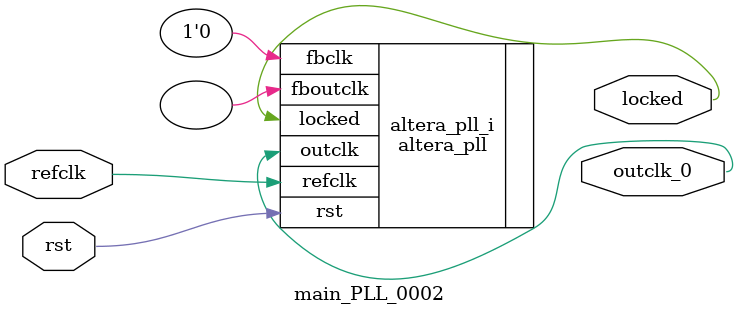
<source format=v>
`timescale 1ns/10ps
module  main_PLL_0002(

	// interface 'refclk'
	input wire refclk,

	// interface 'reset'
	input wire rst,

	// interface 'outclk0'
	output wire outclk_0,

	// interface 'locked'
	output wire locked
);

	altera_pll #(
		.fractional_vco_multiplier("false"),
		.reference_clock_frequency("50.0 MHz"),
		.operation_mode("direct"),
		.number_of_clocks(1),
		.output_clock_frequency0("10.000000 MHz"),
		.phase_shift0("0 ps"),
		.duty_cycle0(50),
		.output_clock_frequency1("0 MHz"),
		.phase_shift1("0 ps"),
		.duty_cycle1(50),
		.output_clock_frequency2("0 MHz"),
		.phase_shift2("0 ps"),
		.duty_cycle2(50),
		.output_clock_frequency3("0 MHz"),
		.phase_shift3("0 ps"),
		.duty_cycle3(50),
		.output_clock_frequency4("0 MHz"),
		.phase_shift4("0 ps"),
		.duty_cycle4(50),
		.output_clock_frequency5("0 MHz"),
		.phase_shift5("0 ps"),
		.duty_cycle5(50),
		.output_clock_frequency6("0 MHz"),
		.phase_shift6("0 ps"),
		.duty_cycle6(50),
		.output_clock_frequency7("0 MHz"),
		.phase_shift7("0 ps"),
		.duty_cycle7(50),
		.output_clock_frequency8("0 MHz"),
		.phase_shift8("0 ps"),
		.duty_cycle8(50),
		.output_clock_frequency9("0 MHz"),
		.phase_shift9("0 ps"),
		.duty_cycle9(50),
		.output_clock_frequency10("0 MHz"),
		.phase_shift10("0 ps"),
		.duty_cycle10(50),
		.output_clock_frequency11("0 MHz"),
		.phase_shift11("0 ps"),
		.duty_cycle11(50),
		.output_clock_frequency12("0 MHz"),
		.phase_shift12("0 ps"),
		.duty_cycle12(50),
		.output_clock_frequency13("0 MHz"),
		.phase_shift13("0 ps"),
		.duty_cycle13(50),
		.output_clock_frequency14("0 MHz"),
		.phase_shift14("0 ps"),
		.duty_cycle14(50),
		.output_clock_frequency15("0 MHz"),
		.phase_shift15("0 ps"),
		.duty_cycle15(50),
		.output_clock_frequency16("0 MHz"),
		.phase_shift16("0 ps"),
		.duty_cycle16(50),
		.output_clock_frequency17("0 MHz"),
		.phase_shift17("0 ps"),
		.duty_cycle17(50),
		.pll_type("General"),
		.pll_subtype("General")
	) altera_pll_i (
		.rst	(rst),
		.outclk	({outclk_0}),
		.locked	(locked),
		.fboutclk	( ),
		.fbclk	(1'b0),
		.refclk	(refclk)
	);
endmodule


</source>
